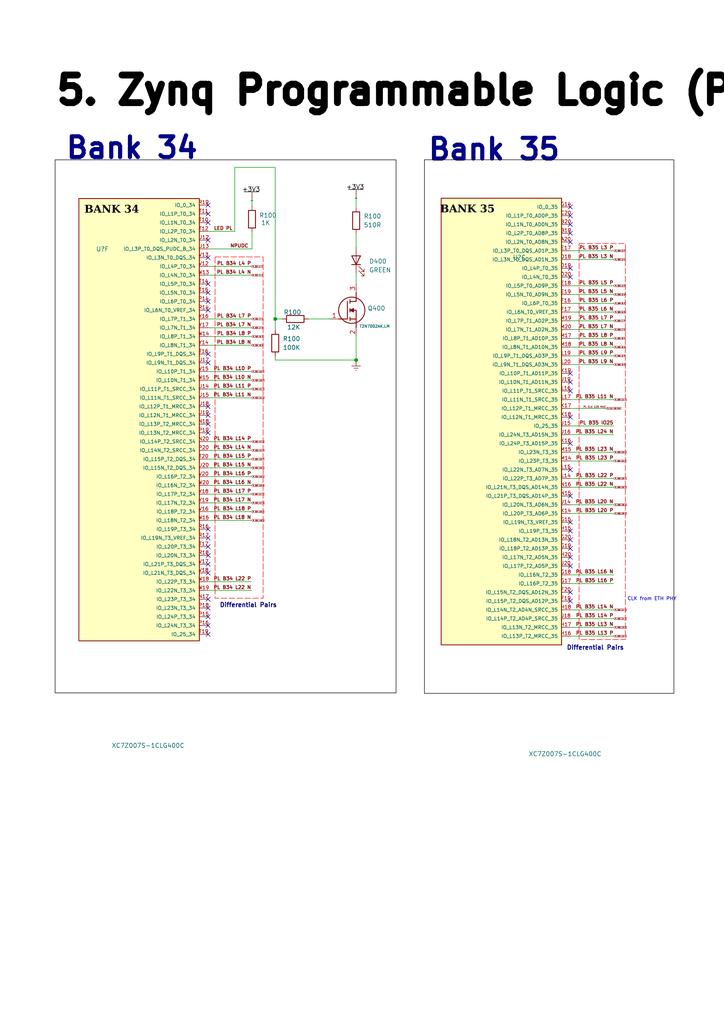
<source format=kicad_sch>
(kicad_sch (version 20230121) (generator eeschema)
  (paper "A4" portrait)
  (junction (at 79.8322 92.5068))
  (junction (at 103.3018 104.4194))
  (no_connect (at 60.3504 153.4668))
  (no_connect (at 60.3504 156.0068))
  (no_connect (at 165.4302 161.6202))
  (no_connect (at 165.4302 156.5402))
  (no_connect (at 60.3504 74.7268))
  (no_connect (at 60.3504 62.0268))
  (no_connect (at 60.3504 122.9868))
  (no_connect (at 165.4302 70.1802))
  (no_connect (at 60.4012 161.0868))
  (no_connect (at 60.3504 87.4268))
  (no_connect (at 165.4302 174.3202))
  (no_connect (at 60.3504 69.6468))
  (no_connect (at 165.4302 154.0002))
  (no_connect (at 165.4302 110.8202))
  (no_connect (at 165.4302 143.8402))
  (no_connect (at 60.3504 163.6268))
  (no_connect (at 60.3504 117.9068))
  (no_connect (at 60.3504 176.3268))
  (no_connect (at 165.4302 151.4602))
  (no_connect (at 60.3504 82.3468))
  (no_connect (at 165.4302 60.0202))
  (no_connect (at 165.4302 108.2802))
  (no_connect (at 165.4302 171.7802))
  (no_connect (at 60.3504 84.8868))
  (no_connect (at 165.4302 120.9802))
  (no_connect (at 60.3504 89.9668))
  (no_connect (at 60.3504 158.5468))
  (no_connect (at 60.3504 173.7868))
  (no_connect (at 165.4302 65.1002))
  (no_connect (at 60.3504 120.4468))
  (no_connect (at 165.4302 62.5602))
  (no_connect (at 60.3504 105.2068))
  (no_connect (at 165.4302 136.2202))
  (no_connect (at 165.4302 164.1602))
  (no_connect (at 60.3504 102.6668))
  (no_connect (at 60.3504 64.5668))
  (no_connect (at 60.3504 181.4068))
  (no_connect (at 60.3504 59.4868))
  (no_connect (at 60.3504 125.5268))
  (no_connect (at 165.4302 128.6002))
  (no_connect (at 165.4302 159.0802))
  (no_connect (at 60.3504 178.8668))
  (no_connect (at 165.4302 80.3402))
  (no_connect (at 165.4302 77.8002))
  (no_connect (at 60.3504 183.9468))
  (no_connect (at 165.4302 67.6402))
  (no_connect (at 60.3504 166.1668))
  (no_connect (at 165.4302 113.3602))
  (wire (pts (xy 79.8322 48.5394) (xy 79.8322 92.5068)))
  (wire (pts (xy 103.3018 104.4194) (xy 103.3018 104.8766)))
  (wire (pts (xy 165.4302 133.6802) (xy 177.9778 133.6802)))
  (wire (pts (xy 60.3504 115.3668) (xy 72.898 115.3668)))
  (wire (pts (xy 165.4302 100.6602) (xy 177.9778 100.6602)))
  (wire (pts (xy 60.3504 150.9268) (xy 72.898 150.9268)))
  (wire (pts (xy 165.4302 82.8802) (xy 177.9778 82.8802)))
  (wire (pts (xy 60.4012 161.0868) (xy 60.3504 161.0868)))
  (wire (pts (xy 165.4302 90.5002) (xy 177.9778 90.5002)))
  (wire (pts (xy 60.3504 67.1068) (xy 68.0974 67.1068)))
  (wire (pts (xy 60.3504 148.3868) (xy 72.898 148.3868)))
  (wire (pts (xy 60.3504 112.8268) (xy 72.898 112.8268)))
  (wire (pts (xy 60.3504 168.7068) (xy 72.898 168.7068)))
  (wire (pts (xy 165.4302 141.3002) (xy 177.9778 141.3002)))
  (wire (pts (xy 60.3504 95.0468) (xy 72.898 95.0468)))
  (wire (pts (xy 165.4302 184.4802) (xy 177.9778 184.4802)))
  (wire (pts (xy 68.0974 67.1068) (xy 68.0974 48.5394)))
  (wire (pts (xy 60.3504 130.6068) (xy 72.898 130.6068)))
  (wire (pts (xy 60.3504 110.2868) (xy 72.898 110.2868)))
  (wire (pts (xy 60.3504 107.7468) (xy 72.898 107.7468)))
  (wire (pts (xy 165.4302 95.5802) (xy 177.9778 95.5802)))
  (wire (pts (xy 103.3018 67.7926) (xy 103.3018 71.6534)))
  (wire (pts (xy 165.4302 169.2402) (xy 177.9778 169.2402)))
  (wire (pts (xy 60.3504 77.2668) (xy 72.898 77.2668)))
  (wire (pts (xy 60.3504 100.1268) (xy 72.898 100.1268)))
  (wire (pts (xy 165.4302 179.4002) (xy 177.9778 179.4002)))
  (wire (pts (xy 89.4588 92.5068) (xy 95.6818 92.5068)))
  (wire (pts (xy 165.4302 166.7002) (xy 177.9778 166.7002)))
  (wire (pts (xy 60.3504 92.5068) (xy 72.898 92.5068)))
  (wire (pts (xy 165.4302 72.7202) (xy 177.9778 72.7202)))
  (wire (pts (xy 73.1012 67.3862) (xy 73.1012 72.1868)))
  (wire (pts (xy 165.4302 176.8602) (xy 177.9778 176.8602)))
  (wire (pts (xy 165.4302 85.4202) (xy 177.9778 85.4202)))
  (wire (pts (xy 165.4302 123.5202) (xy 177.9778 123.5202)))
  (wire (pts (xy 60.3504 135.6868) (xy 72.898 135.6868)))
  (wire (pts (xy 60.3504 143.3068) (xy 72.898 143.3068)))
  (wire (pts (xy 60.3504 138.2268) (xy 72.898 138.2268)))
  (wire (pts (xy 165.4302 75.2602) (xy 177.9778 75.2602)))
  (wire (pts (xy 103.3018 57.4802) (xy 103.3018 60.1726)))
  (wire (pts (xy 165.4302 131.1402) (xy 177.9778 131.1402)))
  (wire (pts (xy 165.4302 126.0602) (xy 177.9778 126.0602)))
  (wire (pts (xy 165.4302 148.9202) (xy 177.9778 148.9202)))
  (wire (pts (xy 73.1012 58.166) (xy 73.1012 59.7662)))
  (wire (pts (xy 165.4302 118.4402) (xy 175.7426 118.4402)))
  (wire (pts (xy 60.3504 133.1468) (xy 72.898 133.1468)))
  (wire (pts (xy 60.3504 145.8468) (xy 72.898 145.8468)))
  (wire (pts (xy 79.8322 92.5068) (xy 81.8388 92.5068)))
  (wire (pts (xy 165.4302 115.9002) (xy 177.9778 115.9002)))
  (wire (pts (xy 165.4302 87.9602) (xy 177.9778 87.9602)))
  (wire (pts (xy 79.8322 103.3272) (xy 79.8322 104.4194)))
  (wire (pts (xy 79.8322 95.7072) (xy 79.8322 92.5068)))
  (wire (pts (xy 103.3018 79.2734) (xy 103.3018 82.3468)))
  (wire (pts (xy 165.4302 98.1202) (xy 177.9778 98.1202)))
  (wire (pts (xy 165.4302 138.7602) (xy 177.9778 138.7602)))
  (wire (pts (xy 60.3504 79.8068) (xy 72.898 79.8068)))
  (wire (pts (xy 165.4302 105.7402) (xy 177.9778 105.7402)))
  (wire (pts (xy 68.0974 48.5394) (xy 79.8322 48.5394)))
  (wire (pts (xy 165.4302 93.0402) (xy 177.9778 93.0402)))
  (wire (pts (xy 60.3504 171.2468) (xy 72.898 171.2468)))
  (wire (pts (xy 60.3504 128.0668) (xy 72.898 128.0668)))
  (wire (pts (xy 165.4302 103.2002) (xy 177.9778 103.2002)))
  (wire (pts (xy 60.3504 97.5868) (xy 72.898 97.5868)))
  (wire (pts (xy 60.3504 140.7668) (xy 72.898 140.7668)))
  (wire (pts (xy 165.4302 146.3802) (xy 177.9778 146.3802)))
  (wire (pts (xy 79.8322 104.4194) (xy 103.3018 104.4194)))
  (wire (pts (xy 103.3018 97.5868) (xy 103.3018 104.4194)))
  (wire (pts (xy 165.4302 181.9402) (xy 177.9778 181.9402)))
  (wire (pts (xy 60.3504 72.1868) (xy 73.1012 72.1868)))
  (rectangle (start 123.1138 46.3296) (end 195.4784 201.0664) (stroke (width 0) (color 0 0 0 1)))
  (rectangle (start 167.9702 70.612) (end 181.4068 185.4708) (stroke (width 0) (type dash) (color 255 0 0 1)))
  (rectangle (start 62.3824 74.4982) (end 76.327 173.482) (stroke (width 0) (type dash) (color 255 0 0 1)))
  (rectangle (start 15.9766 46.355) (end 114.8842 200.9394) (stroke (width 0) (color 0 0 0 1)))
  (text "Differential Pairs" (at 181.0512 188.722 0) (effects (font (size 1.27 1.27) bold) (justify right bottom)))
  (text "CLK from ETH PHY" (at 181.9402 174.371 0) (effects (font (size 1 1)) (justify left bottom)))
  (text "5. Zynq Programmable Logic (PL)" (at 15.4178 31.0896 0) (effects (font (size 8 8) (thickness 2.4) bold) (justify left bottom)))
  (text "Differential Pairs" (at 63.6778 176.3776 0) (effects (font (size 1.27 1.27) bold) (justify left bottom)))
  (text "Bank 35" (at 123.6726 47.0154 0) (effects (font (size 6 6) (thickness 1.2) bold) (justify left bottom)))
  (text "Bank 34 " (at 18.6182 46.5836 0) (effects (font (size 6 6) (thickness 1.2) bold) (justify left bottom)))
  (label "PL B34 L4 P" (at 72.898 77.2668 180) (effects (font (size 1 1) bold)))
  (label "PL B35 IO25" (at 177.9778 123.5202 180) (effects (font (size 1 1) bold)))
  (label "PL B35 L22 P" (at 177.9778 138.7602 180) (effects (font (size 1 1) bold)))
  (label "PL B34 L7 P" (at 72.898 92.5068 180) (effects (font (size 1 1) bold)))
  (label "PL B34 L15 P" (at 72.898 133.1468 180) (effects (font (size 1 1) bold)))
  (label "PL B34 L8 N" (at 72.898 100.1268 180) (effects (font (size 1 1) bold)))
  (label "PL B34 L15 N" (at 72.898 135.6868 180) (effects (font (size 1 1) bold)))
  (label "PL B34 L7 N" (at 72.898 95.0468 180) (effects (font (size 1 1) bold)))
  (label "PL B35 L6 N" (at 177.9778 90.5002 180) (effects (font (size 1 1) bold)))
  (label "PL B35 L13 N" (at 177.9778 181.9402 180) (effects (font (size 1 1) bold)))
  (label "PL B34 L22 P" (at 72.898 168.7068 180) (effects (font (size 1 1) bold)))
  (label "PL B35 L11 N" (at 177.9778 115.9002 180) (effects (font (size 1 1) bold)))
  (label "PL B34 L17 N" (at 72.898 145.8468 180) (effects (font (size 1 1) bold)))
  (label "PL B35 L24 N" (at 177.9778 126.0602 180) (effects (font (size 1 1) bold)))
  (label "PL B34 L11 N" (at 72.898 115.3668 180) (effects (font (size 1 1) bold)))
  (label "PL B34 L8 P" (at 72.898 97.5868 180) (effects (font (size 1 1) bold)))
  (label "PL B35 L5 P" (at 177.9778 82.8802 180) (effects (font (size 1 1) bold)))
  (label "PL B35 L9 P" (at 177.9778 103.2002 180) (effects (font (size 1 1) bold)))
  (label "PL B35 L8 P" (at 177.9778 98.1202 180) (effects (font (size 1 1) bold)))
  (label "PL B34 L16 N" (at 72.898 140.7668 180) (effects (font (size 1 1) bold)))
  (label "PL B35 L8 N" (at 177.9778 100.6602 180) (effects (font (size 1 1) bold)))
  (label "PL B35 L20 N" (at 177.9778 146.3802 180) (effects (font (size 1 1) bold)))
  (label "PL B35 L23 N" (at 177.9778 131.1402 180) (effects (font (size 1 1) bold)))
  (label "PL B34 L10 P" (at 72.898 107.7468 180) (effects (font (size 1 1) bold)))
  (label "PL B35 L22 N" (at 177.9778 141.3002 180) (effects (font (size 1 1) bold)))
  (label "PL B35 L5 N" (at 177.9778 85.4202 180) (effects (font (size 1 1) bold)))
  (label "PL B34 L17 P" (at 72.898 143.3068 180) (effects (font (size 1 1) bold)))
  (label "PL B34 L14 P" (at 72.898 128.0668 180) (effects (font (size 1 1) bold)))
  (label "PL B35 L14 P" (at 177.9778 179.4002 180) (effects (font (size 1 1) bold)))
  (label "PL B35 L23 P" (at 177.9778 133.6802 180) (effects (font (size 1 1) bold)))
  (label "PL B35 L9 N" (at 177.9778 105.7402 180) (effects (font (size 1 1) bold)))
  (label "PL B35 L16 N" (at 177.9778 166.7002 180) (effects (font (size 1 1) bold)))
  (label "PL B34 L22 N" (at 72.898 171.2468 180) (effects (font (size 1 1) bold)))
  (label "PL B35 L13 P" (at 177.9778 184.4802 180) (effects (font (size 1 1) bold)))
  (label "PL B34 L14 N" (at 72.898 130.6068 180) (effects (font (size 1 1) bold)))
  (label "PL B34 L18 P" (at 72.898 148.3868 180) (effects (font (size 1 1) bold)))
  (label "PL B35 L7 P" (at 177.9778 93.0402 180) (effects (font (size 1 1) bold)))
  (label "NPUDC" (at 72.0852 72.1868 180) (effects (font (size 1 1) bold)))
  (label "PL B35 L3 N" (at 177.9778 75.2602 180) (effects (font (size 1 1) bold)))
  (label "PL B35 L16 P" (at 177.9778 169.2402 180) (effects (font (size 1 1) bold)))
  (label "LED PL" (at 67.5386 67.1068 180) (effects (font (size 1 1) bold)))
  (label "PL B34 L4 N" (at 72.898 79.8068 180) (effects (font (size 1 1) bold)))
  (label "PL B35 L20 P" (at 177.9778 148.9202 180) (effects (font (size 1 1) bold)))
  (label "PL B34 L10 N" (at 72.898 110.2868 180) (effects (font (size 1 1) bold)))
  (label "PL B35 L3 P" (at 177.9778 72.7202 180) (effects (font (size 1 1) bold)))
  (label "PL CLK 125 MHZ" (at 175.7426 118.4402 180) (effects (font (size 0.5 0.5) bold)))
  (label "PL B35 L14 N" (at 177.9778 176.8602 180) (effects (font (size 1 1) bold)))
  (label "PL B34 L16 P" (at 72.898 138.2268 180) (effects (font (size 1 1) bold)))
  (label "PL B34 L11 P" (at 72.898 112.8268 180) (effects (font (size 1 1) bold)))
  (label "PL B35 L6 P" (at 177.9778 87.9602 180) (effects (font (size 1 1) bold)))
  (label "PL B35 L7 N" (at 177.9778 95.5802 180) (effects (font (size 1 1) bold)))
  (label "PL B34 L18 N" (at 72.898 150.9268 180) (effects (font (size 1 1) bold)))
  (global_label "PL B34 L14 P" (shape input) (at 72.898 130.6068 0) (effects (font (size 0.3 0.3))) (property "Intersheetrefs" "${INTERSHEET_REFS}" (effects hide)))
  (global_label "PL B34 L10 P" (shape input) (at 72.8472 107.7468 0) (effects (font (size 0.3 0.3))) (property "Intersheetrefs" "${INTERSHEET_REFS}" (effects hide)))
  (global_label "PL B35 L3 N" (shape input) (at 177.9778 75.2602 0) (effects (font (size 0.3 0.3))) (property "Intersheetrefs" "${INTERSHEET_REFS}" (effects hide)))
  (global_label "PL B35 L20 P" (shape input) (at 177.9778 148.9202 0) (effects (font (size 0.3 0.3))) (property "Intersheetrefs" "${INTERSHEET_REFS}" (effects hide)))
  (global_label "PL B35 L11 N" (shape input) (at 177.9524 115.9002 0) (effects (font (size 0.3 0.3))) (property "Intersheetrefs" "${INTERSHEET_REFS}" (effects hide)))
  (global_label "PL B34 L15 P" (shape input) (at 72.8726 133.1468 0) (effects (font (size 0.3 0.3))) (property "Intersheetrefs" "${INTERSHEET_REFS}" (effects hide)))
  (global_label "PL B34 L4 N" (shape input) (at 72.8218 79.8068 0) (effects (font (size 0.3 0.3))) (property "Intersheetrefs" "${INTERSHEET_REFS}" (effects hide)))
  (global_label "PL B34 L7 N" (shape input) (at 72.8726 95.0468 0) (effects (font (size 0.3 0.3))) (property "Intersheetrefs" "${INTERSHEET_REFS}" (effects hide)))
  (global_label "PL B35 L13 N" (shape input) (at 177.9778 181.9402 0) (effects (font (size 0.3 0.3))) (property "Intersheetrefs" "${INTERSHEET_REFS}" (effects hide)))
  (global_label "PL B35 L6 N" (shape input) (at 177.9778 90.5002 0) (effects (font (size 0.3 0.3))) (property "Intersheetrefs" "${INTERSHEET_REFS}" (effects hide)))
  (global_label "PL B34 L16 N" (shape input) (at 72.8726 140.7668 0) (effects (font (size 0.3 0.3))) (property "Intersheetrefs" "${INTERSHEET_REFS}" (effects hide)))
  (global_label "PL B34 L11 P" (shape input) (at 72.8726 112.8268 0) (effects (font (size 0.3 0.3))) (property "Intersheetrefs" "${INTERSHEET_REFS}" (effects hide)))
  (global_label "PL B35 L20 N" (shape input) (at 177.9778 146.3802 0) (effects (font (size 0.3 0.3))) (property "Intersheetrefs" "${INTERSHEET_REFS}" (effects hide)))
  (global_label "PL B34 L4 P" (shape input) (at 72.7964 77.2668 0) (effects (font (size 0.3 0.3))) (property "Intersheetrefs" "${INTERSHEET_REFS}" (effects hide)))
  (global_label "PL B35 L9 P" (shape input) (at 177.9524 103.2002 0) (effects (font (size 0.3 0.3))) (property "Intersheetrefs" "${INTERSHEET_REFS}" (effects hide)))
  (global_label "PL B35 L5 N" (shape input) (at 177.9778 85.4202 0) (effects (font (size 0.3 0.3))) (property "Intersheetrefs" "${INTERSHEET_REFS}" (effects hide)))
  (global_label "PL B34 L8 N" (shape input) (at 72.8726 100.1268 0) (effects (font (size 0.3 0.3))) (property "Intersheetrefs" "${INTERSHEET_REFS}" (effects hide)))
  (global_label "PL B34 L14 N" (shape input) (at 72.8726 128.0668 0) (effects (font (size 0.3 0.3))) (property "Intersheetrefs" "${INTERSHEET_REFS}" (effects hide)))
  (global_label "PL B34 L7 P" (shape input) (at 72.898 92.5068 0) (effects (font (size 0.3 0.3))) (property "Intersheetrefs" "${INTERSHEET_REFS}" (effects hide)))
  (global_label "PL B34 L17 N" (shape input) (at 72.898 145.8468 0) (effects (font (size 0.3 0.3))) (property "Intersheetrefs" "${INTERSHEET_REFS}" (effects hide)))
  (global_label "PL B34 L17 P" (shape input) (at 72.8472 143.3068 0) (effects (font (size 0.3 0.3))) (property "Intersheetrefs" "${INTERSHEET_REFS}" (effects hide)))
  (global_label "PL B35 L22 P" (shape input) (at 177.9524 138.7602 0) (effects (font (size 0.3 0.3))) (property "Intersheetrefs" "${INTERSHEET_REFS}" (effects hide)))
  (global_label "PL B35 L6 P" (shape input) (at 177.9778 87.9602 0) (effects (font (size 0.3 0.3))) (property "Intersheetrefs" "${INTERSHEET_REFS}" (effects hide)))
  (global_label "PL B34 L18 P" (shape input) (at 72.8472 148.3868 0) (effects (font (size 0.3 0.3))) (property "Intersheetrefs" "${INTERSHEET_REFS}" (effects hide)))
  (global_label "PL B35 L9 N" (shape input) (at 177.9778 105.7402 0) (effects (font (size 0.3 0.3))) (property "Intersheetrefs" "${INTERSHEET_REFS}" (effects hide)))
  (global_label "PL B35 L8 P" (shape input) (at 177.9524 98.1202 0) (effects (font (size 0.3 0.3))) (property "Intersheetrefs" "${INTERSHEET_REFS}" (effects hide)))
  (global_label "PL B35 L7 P" (shape input) (at 177.927 93.0402 0) (effects (font (size 0.3 0.3))) (property "Intersheetrefs" "${INTERSHEET_REFS}" (effects hide)))
  (global_label "PL CLK 125 MHZ" (shape input) (at 175.7172 118.4402 0) (effects (font (size 0.3 0.3))) (property "Intersheetrefs" "${INTERSHEET_REFS}" (effects hide)))
  (global_label "PL B35 L8 N" (shape input) (at 177.9524 100.6602 0) (effects (font (size 0.3 0.3))) (property "Intersheetrefs" "${INTERSHEET_REFS}" (effects hide)))
  (global_label "PL B34 L10 N" (shape input) (at 72.898 110.2868 0) (effects (font (size 0.3 0.3))) (property "Intersheetrefs" "${INTERSHEET_REFS}" (effects hide)))
  (global_label "PL B35 L7 N" (shape input) (at 177.9778 95.5802 0) (effects (font (size 0.3 0.3))) (property "Intersheetrefs" "${INTERSHEET_REFS}" (effects hide)))
  (global_label "PL B35 L3 P" (shape input) (at 177.9778 72.7202 0) (effects (font (size 0.3 0.3))) (property "Intersheetrefs" "${INTERSHEET_REFS}" (effects hide)))
  (global_label "PL B34 L8 P" (shape input) (at 72.898 97.5868 0) (effects (font (size 0.3 0.3))) (property "Intersheetrefs" "${INTERSHEET_REFS}" (effects hide)))
  (global_label "PL B34 L16 P" (shape input) (at 72.898 138.2268 0) (effects (font (size 0.3 0.3))) (property "Intersheetrefs" "${INTERSHEET_REFS}" (effects hide)))
  (global_label "PL B34 L18 N" (shape input) (at 72.898 150.9268 0) (effects (font (size 0.3 0.3))) (property "Intersheetrefs" "${INTERSHEET_REFS}" (effects hide)))
  (global_label "PL B35 L22 N" (shape input) (at 177.9524 141.3002 0) (effects (font (size 0.3 0.3))) (property "Intersheetrefs" "${INTERSHEET_REFS}" (effects hide)))
  (global_label "PL B35 L14 N" (shape input) (at 177.9524 176.8602 0) (effects (font (size 0.3 0.3))) (property "Intersheetrefs" "${INTERSHEET_REFS}" (effects hide)))
  (global_label "PL B35 L14 P" (shape input) (at 177.9524 179.4002 0) (effects (font (size 0.3 0.3))) (property "Intersheetrefs" "${INTERSHEET_REFS}" (effects hide)))
  (global_label "PL B35 L13 P" (shape input) (at 177.9524 184.4802 0) (effects (font (size 0.3 0.3))) (property "Intersheetrefs" "${INTERSHEET_REFS}" (effects hide)))
  (global_label "PL B35 L3 P" (shape input) (at 177.9778 82.8802 0) (effects (font (size 0.3 0.3))) (property "Intersheetrefs" "${INTERSHEET_REFS}" (effects hide)))
  (global_label "PL B34 L15 N" (shape input) (at 72.8726 135.6868 0) (effects (font (size 0.3 0.3))) (property "Intersheetrefs" "${INTERSHEET_REFS}" (effects hide)))
  (global_label "PL B34 L11 N" (shape input) (at 72.898 115.3668 0) (effects (font (size 0.3 0.3))) (property "Intersheetrefs" "${INTERSHEET_REFS}" (effects hide)))
  (global_label "PL B35 L23 N" (shape input) (at 177.927 131.1402 0) (effects (font (size 0.3 0.3))) (property "Intersheetrefs" "${INTERSHEET_REFS}" (effects hide)))
  (global_label "PL B35 L23 P" (shape input) (at 177.9016 133.6802 0) (effects (font (size 0.3 0.3))) (property "Intersheetrefs" "${INTERSHEET_REFS}" (effects hide)))
  (symbol (lib_id "T2N7002AK_LM:T2N7002AK,LM") (at 95.6818 92.5068 0) (unit 1)
    (property "Reference" "Q400" (at 106.6038 89.408 0) (effects (justify left)))
    (property "Value" "T2N7002AK,LM" (at 104.2416 94.615 0) (effects (font (size 0.8 0.8)) (justify left)))
    (property "Footprint" "TBAT54CLM" (effects hide))
    (property "Datasheet" "http://toshiba.semicon-storage.com/info/docget.jsp?did=29712&prodName=T2N7002AK" (effects hide))
    (property "Height" "1.1" (effects hide))
    (property "Mouser Part Number" "757-T2N7002AKLM" (effects hide))
    (property "Mouser Price/Stock" "https://www.mouser.co.uk/ProductDetail/Toshiba/T2N7002AKLM?qs=pzVvXTvk9PzfX4hYglwZ9Q%3D%3D" (effects hide))
    (property "Manufacturer_Name" "Toshiba" (effects hide))
    (property "Manufacturer_Part_Number" "T2N7002AK,LM" (effects hide))
    (instances (project "MA_Inventtronics" (path "" (reference "Q400") (unit 1)) (path "" (reference "Q500") (unit 1))))
  )
  (symbol (lib_id "Power_Library:+3V3") (at 73.1012 58.166 0) (unit 1)
    (property "Reference" "#PWR502" (effects hide))
    (property "Value" "~" (at 73.1012 58.166 0))
  )
  (symbol (lib_name "XC7Z007S-1CLG400C_1") (lib_id "XC7Z007S-1CLG400C:XC7Z007S-1CLG400C") (at 148.2852 91.1352 0) (unit 3)
    (property "Reference" "U?" (at 150.6474 74.676 0))
    (property "Value" "XC7Z007S-1CLG400C" (at 163.9062 218.6432 0))
    (property "Footprint" "XC7Z007S-1CLG400CXC7Z007S-1CLG400C:BGA400C80P20X20_1700X1700X160N" (effects hide))
    (property "MF" "Xilinx Inc." (effects hide))
    (property "MAXIMUM_PACKAGE_HEIGHT" "1.6mm" (effects hide))
    (property "Package" "LFBGA-400 Xilinx Inc." (effects hide))
    (property "Price" "None" (effects hide))
    (property "Check_prices" "https://www.snapeda.com/parts/XC7Z007S-1CLG400C/Xilinx+Inc./view-part/?ref=eda" (effects hide))
    (property "STANDARD" "IPC7351B" (effects hide))
    (property "PARTREV" "1.11.1" (effects hide))
    (property "SnapEDA_Link" "https://www.snapeda.com/parts/XC7Z007S-1CLG400C/Xilinx+Inc./view-part/?ref=snap" (effects hide))
    (property "MP" "XC7Z007S-1CLG400C" (effects hide))
    (property "Description" "\nSingle ARM® Cortex®-A9 MPCore™ with CoreSight™ System On Chip (SOC) IC Zynq®-7000 Artix™-7 FPGA, 23K Logic Cells 667MHz 400-CSPBGA (17x17)\n" (effects hide))
    (property "Availability" "In Stock" (effects hide))
    (property "MANUFACTURER" "Xilinx Inc" (effects hide))
    (instances (project "MA_Inventtronics" (path "" (reference "U?") (unit 3)) (path "" (reference "U200") (unit 3)) (path "" (reference "U1") (unit 3)) (path "" (reference "U1") (unit 3)) (path "" (reference "U200") (unit 3)) (path "" (reference "U200") (unit 3))))
  )
  (symbol (lib_id "Device:R") (at 73.1012 63.5762 0) (unit 1)
    (property "Reference" "R100" (at 75.1586 62.4586 0) (effects (justify left)))
    (property "Value" "1K" (at 75.7174 64.6176 0) (effects (justify left)))
    (property "Footprint" "Resistor_SMD:R_0402_1005Metric" (effects hide))
    (instances (project "MA_Inventtronics" (path "" (reference "R100") (unit 1)) (path "" (reference "R414") (unit 1)) (path "" (reference "R500") (unit 1))))
  )
  (symbol (lib_id "power:GNDREF") (at 103.3018 104.8766 0) (unit 1)
    (property "Reference" "#PWR0501" (effects hide))
    (property "Value" "GNDREF" (effects hide))
  )
  (symbol (lib_id "Device:LED") (at 103.3018 75.4634 90) (unit 1)
    (property "Reference" "D400" (at 107.061 75.7809 90) (effects (justify right)))
    (property "Value" "GREEN" (at 107.061 78.3209 90) (effects (justify right)))
    (property "Footprint" "LED_SMD:LED_0402_1005Metric_Pad0.77x0.64mm_HandSolder" (effects hide))
    (instances (project "MA_Inventtronics" (path "" (reference "D400") (unit 1)) (path "" (reference "D500") (unit 1))))
  )
  (symbol (lib_id "Device:R") (at 79.8322 99.5172 0) (unit 1)
    (property "Reference" "R100" (at 82.0166 98.2472 0) (effects (justify left)))
    (property "Value" "100K" (at 82.0166 100.7872 0) (effects (justify left)))
    (property "Footprint" "Resistor_SMD:R_0402_1005Metric" (effects hide))
    (instances (project "MA_Inventtronics" (path "" (reference "R100") (unit 1)) (path "" (reference "R414") (unit 1)) (path "" (reference "R501") (unit 1))))
  )
  (symbol (lib_id "Power_Library:+3V3") (at 103.3018 57.4802 0) (unit 1)
    (property "Reference" "#PWR500" (effects hide))
    (property "Value" "~" (at 103.3018 57.4802 0))
  )
  (symbol (lib_id "Device:R") (at 103.3018 63.9826 0) (unit 1)
    (property "Reference" "R100" (at 105.4862 62.7126 0) (effects (justify left)))
    (property "Value" "510R" (at 105.4862 65.2526 0) (effects (justify left)))
    (property "Footprint" "Resistor_SMD:R_0201_0603Metric" (effects hide))
    (instances (project "MA_Inventtronics" (path "" (reference "R100") (unit 1)) (path "" (reference "R414") (unit 1)) (path "" (reference "R503") (unit 1))))
  )
  (symbol (lib_id "XC7Z007S-1CLG400C:XC7Z007S-1CLG400C") (at 27.3304 88.6968 0) (unit 6)
    (property "Reference" "U?" (at 29.6926 72.2376 0))
    (property "Value" "XC7Z007S-1CLG400C" (at 42.9514 216.2048 0))
    (property "Footprint" "XC7Z007S-1CLG400CXC7Z007S-1CLG400C:BGA400C80P20X20_1700X1700X160N" (effects hide))
    (property "MF" "Xilinx Inc." (effects hide))
    (property "MAXIMUM_PACKAGE_HEIGHT" "1.6mm" (effects hide))
    (property "Package" "LFBGA-400 Xilinx Inc." (effects hide))
    (property "Price" "None" (effects hide))
    (property "Check_prices" "https://www.snapeda.com/parts/XC7Z007S-1CLG400C/Xilinx+Inc./view-part/?ref=eda" (effects hide))
    (property "STANDARD" "IPC7351B" (effects hide))
    (property "PARTREV" "1.11.1" (effects hide))
    (property "SnapEDA_Link" "https://www.snapeda.com/parts/XC7Z007S-1CLG400C/Xilinx+Inc./view-part/?ref=snap" (effects hide))
    (property "MP" "XC7Z007S-1CLG400C" (effects hide))
    (property "Description" "\nSingle ARM® Cortex®-A9 MPCore™ with CoreSight™ System On Chip (SOC) IC Zynq®-7000 Artix™-7 FPGA, 23K Logic Cells 667MHz 400-CSPBGA (17x17)\n" (effects hide))
    (property "Availability" "In Stock" (effects hide))
    (property "MANUFACTURER" "Xilinx Inc" (effects hide))
    (instances (project "MA_Inventtronics" (path "" (reference "U?") (unit 6)) (path "" (reference "U200") (unit 6)) (path "" (reference "U1") (unit 6)) (path "" (reference "U1") (unit 6)) (path "" (reference "U200") (unit 6)) (path "" (reference "U200") (unit 6))))
  )
  (symbol (lib_id "Device:R") (at 85.6488 92.5068 90) (unit 1)
    (property "Reference" "R100" (at 87.4014 90.551 90) (effects (justify left)))
    (property "Value" "12K" (at 87.1474 94.8944 90) (effects (justify left)))
    (property "Footprint" "Resistor_SMD:R_0402_1005Metric" (effects hide))
    (instances (project "MA_Inventtronics" (path "" (reference "R100") (unit 1)) (path "" (reference "R414") (unit 1)) (path "" (reference "R502") (unit 1))))
  )
)
</source>
